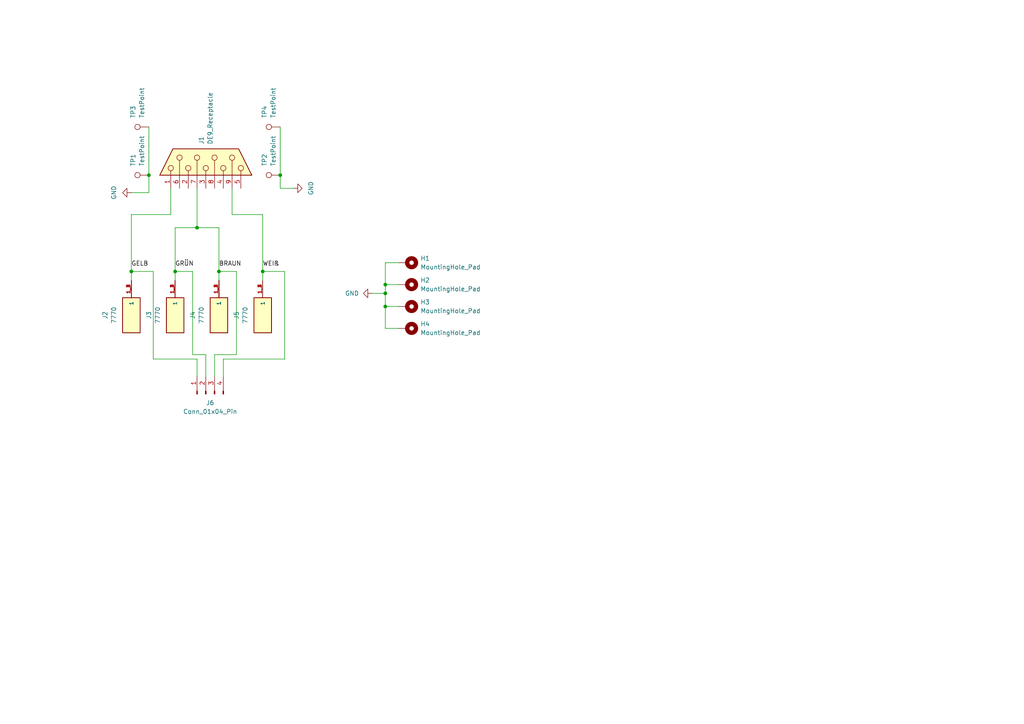
<source format=kicad_sch>
(kicad_sch (version 20250114) (generator "eeschema") (generator_version "9.0")
  (paper "A4")
  (title_block (title "Rotary Dial Tester Adapter") (date "2026-01-12") (rev "1.3") (comment 1 "Permission Required License") (comment 2 "Copyright (c) 2026 Andre Fiedler. All rights reserved.") (comment 3 "Use requires written permission; see LICENSE.") (comment 4 "Attribution: project name \"Rotary Dial Tester\" + notice."))
  (lib_symbols
    (symbol "7770:7770" (pin_names (offset 1.016))
      (property "Reference" "J" (at -5.08 3.302 0))
      (property "Value" "7770" (at -5.08 -5.08 0))
      (symbol "7770_0_0"
        (rectangle (start -5.08 -2.54) (end 5.08 2.54) (stroke (width 0.254)) (fill (type background)))
        (pin passive line (at -10.16 0 0) (length 5.08) (name "1") (number "1_1"))
        (pin passive line (at -10.16 0 0) (length 5.08) (name "1") (number "1_2"))
        (pin passive line (at -10.16 0 0) (length 5.08) (name "1") (number "1_3"))
        (pin passive line (at -10.16 0 0) (length 5.08) (name "1") (number "1_4"))
      )
    )
    (symbol "Connector:Conn_01x04_Pin" (pin_names (offset 1.016) (hide yes))
      (property "Reference" "J" (at 0 5.08 0))
      (property "Value" "Conn_01x04_Pin" (at 0 -7.62 0))
      (symbol "Conn_01x04_Pin_1_1"
        (rectangle (start 0.8636 2.667) (end 0 2.413) (stroke (width 0.1524)) (fill (type outline)))
        (rectangle (start 0.8636 0.127) (end 0 -0.127) (stroke (width 0.1524)) (fill (type outline)))
        (rectangle (start 0.8636 -2.413) (end 0 -2.667) (stroke (width 0.1524)) (fill (type outline)))
        (rectangle (start 0.8636 -4.953) (end 0 -5.207) (stroke (width 0.1524)) (fill (type outline)))
        (polyline (pts (xy 1.27 2.54) (xy 0.8636 2.54)) (stroke (width 0.1524)))
        (polyline (pts (xy 1.27 0) (xy 0.8636 0)) (stroke (width 0.1524)))
        (polyline (pts (xy 1.27 -2.54) (xy 0.8636 -2.54)) (stroke (width 0.1524)))
        (polyline (pts (xy 1.27 -5.08) (xy 0.8636 -5.08)) (stroke (width 0.1524)))
        (pin passive line (at 5.08 2.54 180) (length 3.81) (name "Pin_1") (number "1"))
        (pin passive line (at 5.08 0 180) (length 3.81) (name "Pin_2") (number "2"))
        (pin passive line (at 5.08 -2.54 180) (length 3.81) (name "Pin_3") (number "3"))
        (pin passive line (at 5.08 -5.08 180) (length 3.81) (name "Pin_4") (number "4"))
      )
    )
    (symbol "Connector:DE9_Receptacle" (pin_names (offset 1.016) (hide yes))
      (property "Reference" "J" (at 0 13.97 0))
      (property "Value" "DE9_Receptacle" (at 0 -14.605 0))
      (symbol "DE9_Receptacle_0_1"
        (polyline (pts (xy -3.81 13.335) (xy -3.81 -13.335) (xy 3.81 -9.525) (xy 3.81 9.525) (xy -3.81 13.335)) (stroke (width 0.254)) (fill (type background)))
        (polyline (pts (xy -3.81 10.16) (xy -2.54 10.16)))
        (polyline (pts (xy -3.81 7.62) (xy 0.508 7.62)))
        (polyline (pts (xy -3.81 5.08) (xy -2.54 5.08)))
        (polyline (pts (xy -3.81 2.54) (xy 0.508 2.54)))
        (polyline (pts (xy -3.81 0) (xy -2.54 0)))
        (polyline (pts (xy -3.81 -2.54) (xy 0.508 -2.54)))
        (polyline (pts (xy -3.81 -5.08) (xy -2.54 -5.08)))
        (polyline (pts (xy -3.81 -7.62) (xy 0.508 -7.62)))
        (polyline (pts (xy -3.81 -10.16) (xy -2.54 -10.16)))
        (circle (center -1.778 10.16) (radius 0.762))
        (circle (center -1.778 5.08) (radius 0.762))
        (circle (center -1.778 0) (radius 0.762))
        (circle (center -1.778 -5.08) (radius 0.762))
        (circle (center -1.778 -10.16) (radius 0.762))
        (circle (center 1.27 7.62) (radius 0.762))
        (circle (center 1.27 2.54) (radius 0.762))
        (circle (center 1.27 -2.54) (radius 0.762))
        (circle (center 1.27 -7.62) (radius 0.762))
      )
      (symbol "DE9_Receptacle_1_1"
        (pin passive line (at -7.62 10.16 0) (length 3.81) (name "1") (number "1"))
        (pin passive line (at -7.62 7.62 0) (length 3.81) (name "6") (number "6"))
        (pin passive line (at -7.62 5.08 0) (length 3.81) (name "2") (number "2"))
        (pin passive line (at -7.62 2.54 0) (length 3.81) (name "7") (number "7"))
        (pin passive line (at -7.62 0 0) (length 3.81) (name "3") (number "3"))
        (pin passive line (at -7.62 -2.54 0) (length 3.81) (name "8") (number "8"))
        (pin passive line (at -7.62 -5.08 0) (length 3.81) (name "4") (number "4"))
        (pin passive line (at -7.62 -7.62 0) (length 3.81) (name "9") (number "9"))
        (pin passive line (at -7.62 -10.16 0) (length 3.81) (name "5") (number "5"))
      )
    )
    (symbol "Connector:TestPoint" (pin_numbers (hide yes)) (pin_names (offset 0.762) (hide yes))
      (property "Reference" "TP" (at 0 6.858 0))
      (property "Value" "TestPoint" (at 0 5.08 0))
      (symbol "TestPoint_0_1"
        (circle (center 0 3.302) (radius 0.762))
      )
      (symbol "TestPoint_1_1"
        (pin passive line (at 0 0 90) (length 2.54) (name "1") (number "1"))
      )
    )
    (symbol "Mechanical:MountingHole_Pad" (pin_numbers (hide yes)) (pin_names (offset 1.016) (hide yes)) (exclude_from_sim yes) (in_bom no)
      (property "Reference" "H" (at 0 6.35 0))
      (property "Value" "MountingHole_Pad" (at 0 4.445 0))
      (symbol "MountingHole_Pad_0_1"
        (circle (center 0 1.27) (radius 1.27) (stroke (width 1.27)))
      )
      (symbol "MountingHole_Pad_1_1"
        (pin input line (at 0 -2.54 90) (length 2.54) (name "1") (number "1"))
      )
    )
    (symbol "power:GND" (power) (pin_numbers (hide yes)) (pin_names (offset 0) (hide yes))
      (property "Value" "GND" (at 0 -3.81 0))
      (symbol "GND_0_1"
        (polyline (pts (xy 0 0) (xy 0 -1.27) (xy 1.27 -1.27) (xy 0 -2.54) (xy -1.27 -1.27) (xy 0 -1.27)))
      )
      (symbol "GND_1_1"
        (pin power_in line (at 0 0 270) (length 0) (name "~") (number "1"))
      )
    )
  )
  (junction (at 43.18 50.8))
  (junction (at 111.76 88.9))
  (junction (at 57.15 66.04))
  (junction (at 63.5 78.74))
  (junction (at 76.2 78.74))
  (junction (at 81.28 50.8))
  (junction (at 111.76 82.55))
  (junction (at 50.8 78.74))
  (junction (at 38.1 78.74))
  (junction (at 111.76 85.09))
  (wire (pts (xy 107.95 85.09) (xy 111.76 85.09)))
  (wire (pts (xy 81.28 54.61) (xy 81.28 50.8)))
  (wire (pts (xy 59.69 102.87) (xy 59.69 109.22)))
  (wire (pts (xy 50.8 78.74) (xy 55.88 78.74)))
  (wire (pts (xy 38.1 78.74) (xy 38.1 81.28)))
  (wire (pts (xy 76.2 81.28) (xy 76.2 78.74)))
  (wire (pts (xy 111.76 95.25) (xy 111.76 88.9)))
  (wire (pts (xy 44.45 104.14) (xy 57.15 104.14)))
  (wire (pts (xy 82.55 104.14) (xy 64.77 104.14)))
  (wire (pts (xy 111.76 88.9) (xy 111.76 85.09)))
  (wire (pts (xy 63.5 81.28) (xy 63.5 78.74)))
  (wire (pts (xy 38.1 62.23) (xy 49.53 62.23)))
  (wire (pts (xy 64.77 104.14) (xy 64.77 109.22)))
  (wire (pts (xy 55.88 78.74) (xy 55.88 102.87)))
  (wire (pts (xy 55.88 102.87) (xy 59.69 102.87)))
  (wire (pts (xy 38.1 62.23) (xy 38.1 78.74)))
  (wire (pts (xy 76.2 78.74) (xy 82.55 78.74)))
  (wire (pts (xy 68.58 102.87) (xy 62.23 102.87)))
  (wire (pts (xy 57.15 66.04) (xy 57.15 54.61)))
  (wire (pts (xy 43.18 55.88) (xy 43.18 50.8)))
  (wire (pts (xy 38.1 55.88) (xy 43.18 55.88)))
  (wire (pts (xy 76.2 78.74) (xy 76.2 62.23)))
  (wire (pts (xy 63.5 78.74) (xy 63.5 66.04)))
  (wire (pts (xy 111.76 85.09) (xy 111.76 82.55)))
  (wire (pts (xy 44.45 78.74) (xy 44.45 104.14)))
  (wire (pts (xy 111.76 76.2) (xy 111.76 82.55)))
  (wire (pts (xy 115.57 76.2) (xy 111.76 76.2)))
  (wire (pts (xy 111.76 82.55) (xy 115.57 82.55)))
  (wire (pts (xy 50.8 66.04) (xy 57.15 66.04)))
  (wire (pts (xy 62.23 102.87) (xy 62.23 109.22)))
  (wire (pts (xy 115.57 88.9) (xy 111.76 88.9)))
  (wire (pts (xy 85.09 54.61) (xy 81.28 54.61)))
  (wire (pts (xy 68.58 78.74) (xy 68.58 102.87)))
  (wire (pts (xy 43.18 50.8) (xy 43.18 36.83)))
  (wire (pts (xy 50.8 78.74) (xy 50.8 66.04)))
  (wire (pts (xy 67.31 62.23) (xy 76.2 62.23)))
  (wire (pts (xy 81.28 50.8) (xy 81.28 36.83)))
  (wire (pts (xy 49.53 62.23) (xy 49.53 54.61)))
  (wire (pts (xy 67.31 62.23) (xy 67.31 54.61)))
  (wire (pts (xy 38.1 78.74) (xy 44.45 78.74)))
  (wire (pts (xy 50.8 81.28) (xy 50.8 78.74)))
  (wire (pts (xy 82.55 78.74) (xy 82.55 104.14)))
  (wire (pts (xy 115.57 95.25) (xy 111.76 95.25)))
  (wire (pts (xy 57.15 104.14) (xy 57.15 109.22)))
  (wire (pts (xy 57.15 66.04) (xy 63.5 66.04)))
  (wire (pts (xy 63.5 78.74) (xy 68.58 78.74)))
  (label "BRAUN" (at 63.5 77.47 0))
  (label "WEIß" (at 76.2 77.47 0))
  (label "GRÜN" (at 50.8 77.47 0))
  (label "GELB" (at 38.1 77.47 0))
  (symbol (lib_id "7770:7770") (at 38.1 91.44 270) (unit 1)
    (property "Reference" "J2" (at 30.48 91.44 0))
    (property "Value" "7770" (at 33.02 91.44 0))
    (property "Footprint" "7770:KEYSTONE_7770" (effects (hide yes)))
    (property "MF" "Keystone Electronics" (effects (hide yes)))
    (property "MAXIMUM_PACKAGE_HEIGHT" "6.56 mm" (effects (hide yes)))
    (property "Package" "None" (effects (hide yes)))
    (property "Price" "None" (effects (hide yes)))
    (property "Check_prices" "https://www.snapeda.com/parts/7770/Keystone+Electronics/view-part/?ref=eda" (effects (hide yes)))
    (property "STANDARD" "Manufacturer Recommendations" (effects (hide yes)))
    (property "PARTREV" "B" (effects (hide yes)))
    (property "SnapEDA_Link" "https://www.snapeda.com/parts/7770/Keystone+Electronics/view-part/?ref=snap" (effects (hide yes)))
    (property "MP" "7770" (effects (hide yes)))
    (property "Purchase-URL" "https://www.snapeda.com/api/url_track_click_mouser/?unipart_id=5529147&manufacturer=Keystone Electronics&part_name=7770&search_term=None" (effects (hide yes)))
    (property "Description_1" "\nScrew Terminal;15 Amp;Thru-Hole;Vertical;Terminal Only;PC;M3 | Keystone Electronics 7770\n" (effects (hide yes)))
    (property "Availability" "In Stock" (effects (hide yes)))
    (property "MANUFACTURER" "Keystone Electronics" (effects (hide yes)))
  )
  (symbol (lib_id "Connector:DE9_Receptacle") (at 59.69 46.99 90) (unit 1)
    (property "Reference" "J1" (at 58.4199 41.91 0) (effects (justify left)))
    (property "Value" "DE9_Receptacle" (at 60.9599 41.91 0) (effects (justify left)))
    (property "Footprint" "Connector_Dsub:DSUB-9_Female_EdgeMount_P2.77mm" (effects (hide yes)))
    (property "Datasheet" " ~" (effects (hide yes)))
    (property "Description" "9-pin female receptacle socket D-SUB connector" (effects (hide yes)))
  )
  (symbol (lib_id "Connector:Conn_01x04_Pin") (at 59.69 114.3 90) (unit 1)
    (property "Reference" "J6" (at 60.96 116.84 90))
    (property "Value" "Conn_01x04_Pin" (at 60.96 119.38 90))
    (property "Footprint" "Connector_PinSocket_2.54mm:PinSocket_1x04_P2.54mm_Vertical" (effects (hide yes)))
    (property "Description" "Generic connector, single row, 01x04, script generated" (effects (hide yes)))
  )
  (symbol (lib_id "Connector:TestPoint") (at 43.18 50.8 90) (unit 1)
    (property "Reference" "TP1" (at 38.6079 48.26 0) (effects (justify left)))
    (property "Value" "TestPoint" (at 41.1479 48.26 0) (effects (justify left)))
    (property "Footprint" "TestPoint:TestPoint_Pad_3.0x3.0mm" (effects (hide yes)))
    (property "Description" "test point" (effects (hide yes)))
  )
  (symbol (lib_id "7770:7770") (at 63.5 91.44 270) (unit 1)
    (property "Reference" "J4" (at 55.88 91.44 0))
    (property "Value" "7770" (at 58.42 91.44 0))
    (property "Footprint" "7770:KEYSTONE_7770" (effects (hide yes)))
    (property "MF" "Keystone Electronics" (effects (hide yes)))
    (property "MAXIMUM_PACKAGE_HEIGHT" "6.56 mm" (effects (hide yes)))
    (property "Package" "None" (effects (hide yes)))
    (property "Price" "None" (effects (hide yes)))
    (property "Check_prices" "https://www.snapeda.com/parts/7770/Keystone+Electronics/view-part/?ref=eda" (effects (hide yes)))
    (property "STANDARD" "Manufacturer Recommendations" (effects (hide yes)))
    (property "PARTREV" "B" (effects (hide yes)))
    (property "SnapEDA_Link" "https://www.snapeda.com/parts/7770/Keystone+Electronics/view-part/?ref=snap" (effects (hide yes)))
    (property "MP" "7770" (effects (hide yes)))
    (property "Purchase-URL" "https://www.snapeda.com/api/url_track_click_mouser/?unipart_id=5529147&manufacturer=Keystone Electronics&part_name=7770&search_term=None" (effects (hide yes)))
    (property "Description_1" "\nScrew Terminal;15 Amp;Thru-Hole;Vertical;Terminal Only;PC;M3 | Keystone Electronics 7770\n" (effects (hide yes)))
    (property "Availability" "In Stock" (effects (hide yes)))
    (property "MANUFACTURER" "Keystone Electronics" (effects (hide yes)))
  )
  (symbol (lib_id "Mechanical:MountingHole_Pad") (at 118.11 95.25 270) (unit 1) (exclude_from_sim yes) (in_bom no)
    (property "Reference" "H4" (at 121.92 93.9799 90) (effects (justify left)))
    (property "Value" "MountingHole_Pad" (at 121.92 96.5199 90) (effects (justify left)))
    (property "Footprint" "MountingHole:MountingHole_3.2mm_M3_DIN965_Pad_TopBottom" (effects (hide yes)))
    (property "Description" "Mounting Hole with connection" (effects (hide yes)))
  )
  (symbol (lib_id "Mechanical:MountingHole_Pad") (at 118.11 88.9 270) (unit 1) (exclude_from_sim yes) (in_bom no)
    (property "Reference" "H3" (at 121.92 87.6299 90) (effects (justify left)))
    (property "Value" "MountingHole_Pad" (at 121.92 90.1699 90) (effects (justify left)))
    (property "Footprint" "MountingHole:MountingHole_3.2mm_M3_DIN965_Pad_TopBottom" (effects (hide yes)))
    (property "Description" "Mounting Hole with connection" (effects (hide yes)))
  )
  (symbol (lib_id "7770:7770") (at 76.2 91.44 270) (unit 1)
    (property "Reference" "J5" (at 68.58 91.44 0))
    (property "Value" "7770" (at 71.12 91.44 0))
    (property "Footprint" "7770:KEYSTONE_7770" (effects (hide yes)))
    (property "MF" "Keystone Electronics" (effects (hide yes)))
    (property "MAXIMUM_PACKAGE_HEIGHT" "6.56 mm" (effects (hide yes)))
    (property "Package" "None" (effects (hide yes)))
    (property "Price" "None" (effects (hide yes)))
    (property "Check_prices" "https://www.snapeda.com/parts/7770/Keystone+Electronics/view-part/?ref=eda" (effects (hide yes)))
    (property "STANDARD" "Manufacturer Recommendations" (effects (hide yes)))
    (property "PARTREV" "B" (effects (hide yes)))
    (property "SnapEDA_Link" "https://www.snapeda.com/parts/7770/Keystone+Electronics/view-part/?ref=snap" (effects (hide yes)))
    (property "MP" "7770" (effects (hide yes)))
    (property "Purchase-URL" "https://www.snapeda.com/api/url_track_click_mouser/?unipart_id=5529147&manufacturer=Keystone Electronics&part_name=7770&search_term=None" (effects (hide yes)))
    (property "Description_1" "\nScrew Terminal;15 Amp;Thru-Hole;Vertical;Terminal Only;PC;M3 | Keystone Electronics 7770\n" (effects (hide yes)))
    (property "Availability" "In Stock" (effects (hide yes)))
    (property "MANUFACTURER" "Keystone Electronics" (effects (hide yes)))
  )
  (symbol (lib_id "power:GND") (at 38.1 55.88 270) (unit 1)
    (property "Reference" "#PWR01" (effects (hide yes)))
    (property "Value" "GND" (at 33.02 55.88 0))
    (property "Description" "Power symbol creates a global label with name \"GND\" , ground" (effects (hide yes)))
  )
  (symbol (lib_id "Mechanical:MountingHole_Pad") (at 118.11 82.55 270) (unit 1) (exclude_from_sim yes) (in_bom no)
    (property "Reference" "H2" (at 121.92 81.2799 90) (effects (justify left)))
    (property "Value" "MountingHole_Pad" (at 121.92 83.8199 90) (effects (justify left)))
    (property "Footprint" "MountingHole:MountingHole_3.2mm_M3_DIN965_Pad_TopBottom" (effects (hide yes)))
    (property "Description" "Mounting Hole with connection" (effects (hide yes)))
  )
  (symbol (lib_id "power:GND") (at 107.95 85.09 270) (unit 1)
    (property "Reference" "#PWR02" (effects (hide yes)))
    (property "Value" "GND" (at 104.14 85.0899 90) (effects (justify right)))
    (property "Description" "Power symbol creates a global label with name \"GND\" , ground" (effects (hide yes)))
  )
  (symbol (lib_id "Connector:TestPoint") (at 81.28 50.8 90) (unit 1)
    (property "Reference" "TP2" (at 76.7079 48.26 0) (effects (justify left)))
    (property "Value" "TestPoint" (at 79.2479 48.26 0) (effects (justify left)))
    (property "Footprint" "TestPoint:TestPoint_Pad_3.0x3.0mm" (effects (hide yes)))
    (property "Description" "test point" (effects (hide yes)))
  )
  (symbol (lib_id "Connector:TestPoint") (at 43.18 36.83 90) (unit 1)
    (property "Reference" "TP3" (at 38.6079 34.29 0) (effects (justify left)))
    (property "Value" "TestPoint" (at 41.1479 34.29 0) (effects (justify left)))
    (property "Footprint" "TestPoint:TestPoint_Pad_3.0x3.0mm" (effects (hide yes)))
    (property "Description" "test point" (effects (hide yes)))
  )
  (symbol (lib_id "Connector:TestPoint") (at 81.28 36.83 90) (unit 1)
    (property "Reference" "TP4" (at 76.7079 34.29 0) (effects (justify left)))
    (property "Value" "TestPoint" (at 79.2479 34.29 0) (effects (justify left)))
    (property "Footprint" "TestPoint:TestPoint_Pad_3.0x3.0mm" (effects (hide yes)))
    (property "Description" "test point" (effects (hide yes)))
  )
  (symbol (lib_id "power:GND") (at 85.09 54.61 90) (unit 1)
    (property "Reference" "#PWR03" (effects (hide yes)))
    (property "Value" "GND" (at 90.17 54.61 0))
    (property "Description" "Power symbol creates a global label with name \"GND\" , ground" (effects (hide yes)))
  )
  (symbol (lib_id "Mechanical:MountingHole_Pad") (at 118.11 76.2 270) (unit 1) (exclude_from_sim yes) (in_bom no)
    (property "Reference" "H1" (at 121.92 74.9299 90) (effects (justify left)))
    (property "Value" "MountingHole_Pad" (at 121.92 77.4699 90) (effects (justify left)))
    (property "Footprint" "MountingHole:MountingHole_3.2mm_M3_DIN965_Pad_TopBottom" (effects (hide yes)))
    (property "Description" "Mounting Hole with connection" (effects (hide yes)))
  )
  (symbol (lib_id "7770:7770") (at 50.8 91.44 270) (unit 1)
    (property "Reference" "J3" (at 43.18 91.44 0))
    (property "Value" "7770" (at 45.72 91.44 0))
    (property "Footprint" "7770:KEYSTONE_7770" (effects (hide yes)))
    (property "MF" "Keystone Electronics" (effects (hide yes)))
    (property "MAXIMUM_PACKAGE_HEIGHT" "6.56 mm" (effects (hide yes)))
    (property "Package" "None" (effects (hide yes)))
    (property "Price" "None" (effects (hide yes)))
    (property "Check_prices" "https://www.snapeda.com/parts/7770/Keystone+Electronics/view-part/?ref=eda" (effects (hide yes)))
    (property "STANDARD" "Manufacturer Recommendations" (effects (hide yes)))
    (property "PARTREV" "B" (effects (hide yes)))
    (property "SnapEDA_Link" "https://www.snapeda.com/parts/7770/Keystone+Electronics/view-part/?ref=snap" (effects (hide yes)))
    (property "MP" "7770" (effects (hide yes)))
    (property "Purchase-URL" "https://www.snapeda.com/api/url_track_click_mouser/?unipart_id=5529147&manufacturer=Keystone Electronics&part_name=7770&search_term=None" (effects (hide yes)))
    (property "Description_1" "\nScrew Terminal;15 Amp;Thru-Hole;Vertical;Terminal Only;PC;M3 | Keystone Electronics 7770\n" (effects (hide yes)))
    (property "Availability" "In Stock" (effects (hide yes)))
    (property "MANUFACTURER" "Keystone Electronics" (effects (hide yes)))
  )
)
</source>
